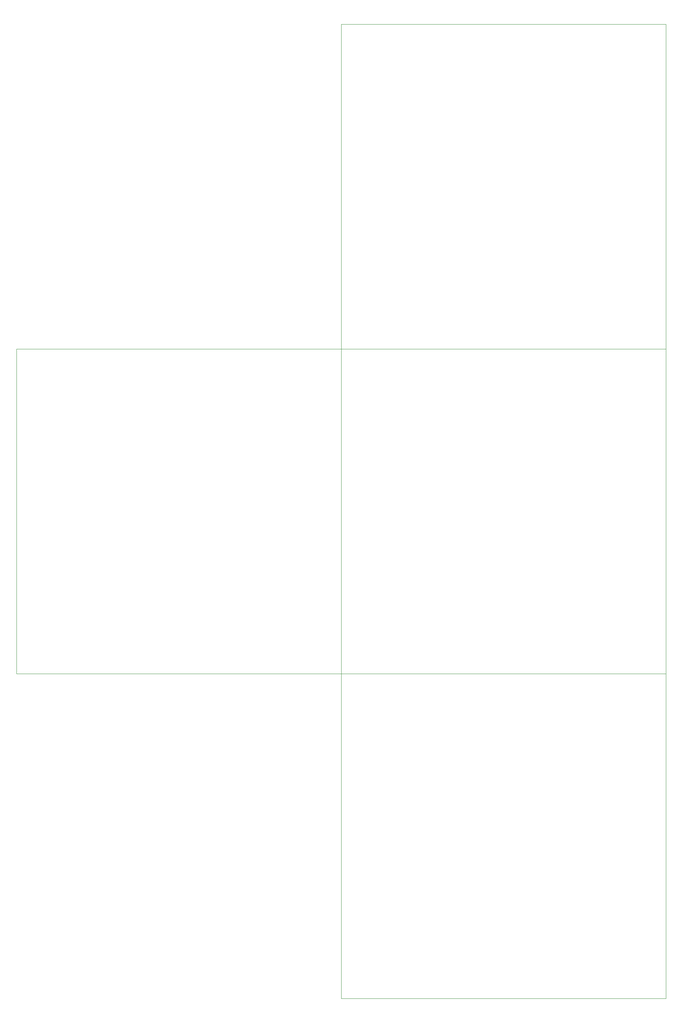
<source format=gbr>
%TF.GenerationSoftware,KiCad,Pcbnew,7.0.2*%
%TF.CreationDate,2023-07-05T22:01:38+03:00*%
%TF.ProjectId,strange_games,73747261-6e67-4655-9f67-616d65732e6b,rev?*%
%TF.SameCoordinates,Original*%
%TF.FileFunction,Profile,NP*%
%FSLAX46Y46*%
G04 Gerber Fmt 4.6, Leading zero omitted, Abs format (unit mm)*
G04 Created by KiCad (PCBNEW 7.0.2) date 2023-07-05 22:01:38*
%MOMM*%
%LPD*%
G01*
G04 APERTURE LIST*
%TA.AperFunction,Profile*%
%ADD10C,0.100000*%
%TD*%
G04 APERTURE END LIST*
D10*
X126846000Y-191540000D02*
X201846000Y-191540000D01*
X201846000Y-266540000D01*
X126846000Y-266540000D01*
X126846000Y-191540000D01*
X126846000Y-41540000D02*
X201846000Y-41540000D01*
X201846000Y-116540000D01*
X126846000Y-116540000D01*
X126846000Y-41540000D01*
X126846000Y-116540000D02*
X201846000Y-116540000D01*
X201846000Y-191540000D01*
X126846000Y-191540000D01*
X126846000Y-116540000D01*
X51846000Y-116540000D02*
X126846000Y-116540000D01*
X126846000Y-191540000D01*
X51846000Y-191540000D01*
X51846000Y-116540000D01*
M02*

</source>
